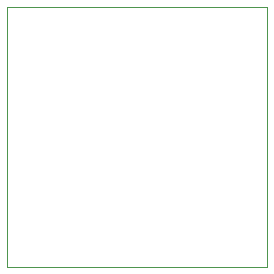
<source format=gm1>
G04 #@! TF.GenerationSoftware,KiCad,Pcbnew,(7.0.0)*
G04 #@! TF.CreationDate,2023-03-10T18:23:16+01:00*
G04 #@! TF.ProjectId,CapacitorBox0805,43617061-6369-4746-9f72-426f78303830,rev?*
G04 #@! TF.SameCoordinates,Original*
G04 #@! TF.FileFunction,Profile,NP*
%FSLAX46Y46*%
G04 Gerber Fmt 4.6, Leading zero omitted, Abs format (unit mm)*
G04 Created by KiCad (PCBNEW (7.0.0)) date 2023-03-10 18:23:16*
%MOMM*%
%LPD*%
G01*
G04 APERTURE LIST*
G04 #@! TA.AperFunction,Profile*
%ADD10C,0.100000*%
G04 #@! TD*
G04 APERTURE END LIST*
D10*
X101000000Y-100000000D02*
X123000000Y-100000000D01*
X123000000Y-100000000D02*
X123000000Y-122000000D01*
X123000000Y-122000000D02*
X101000000Y-122000000D01*
X101000000Y-100000000D02*
X101000000Y-122000000D01*
M02*

</source>
